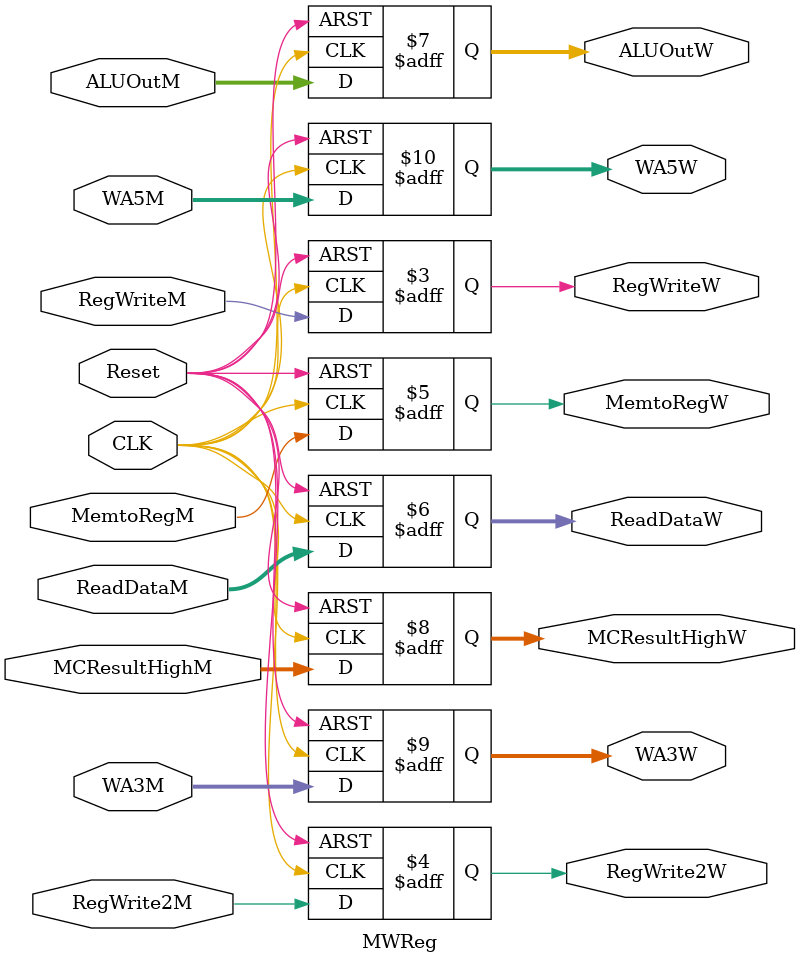
<source format=v>
`timescale 1ns / 1ps


module MWReg(
    input CLK,
    input Reset,
    input RegWriteM,
    input RegWrite2M,
    input MemtoRegM,
    input [31:0] ReadDataM,
    input [31:0] ALUOutM,
    input [31:0] MCResultHighM,
    input [3:0] WA3M,
    input [3:0] WA5M,
    output reg RegWriteW,
    output reg RegWrite2W,
    output reg MemtoRegW,
    output reg [31:0] ReadDataW,
    output reg [31:0] ALUOutW,
    output reg [31:0] MCResultHighW,
    output reg [3:0] WA3W,
    output reg [3:0] WA5W
    );
    
    initial begin
        RegWriteW = 0;
        RegWrite2W = 0;
        MemtoRegW = 0;
        ReadDataW = 0;
        ALUOutW = 0;
        MCResultHighW = 0;
        WA3W = 0;
        WA5W = 0;
    end
    
    always @(posedge CLK, posedge Reset) begin
        if (Reset) begin
            RegWriteW <= 0;
            RegWrite2W <= 0;
            MemtoRegW <= 0;
            ReadDataW <= 0;
            ALUOutW <= 0;
            MCResultHighW <= 0;
            WA3W <= 0;
            WA5W <= 0;
        end
        else begin
            RegWriteW <= RegWriteM;
            RegWrite2W <= RegWrite2M;
            MemtoRegW <= MemtoRegM;
            ReadDataW <= ReadDataM;
            ALUOutW <= ALUOutM;
            MCResultHighW <= MCResultHighM;
            WA3W <= WA3M;
            WA5W <= WA5M;
        end
    end
    
endmodule

</source>
